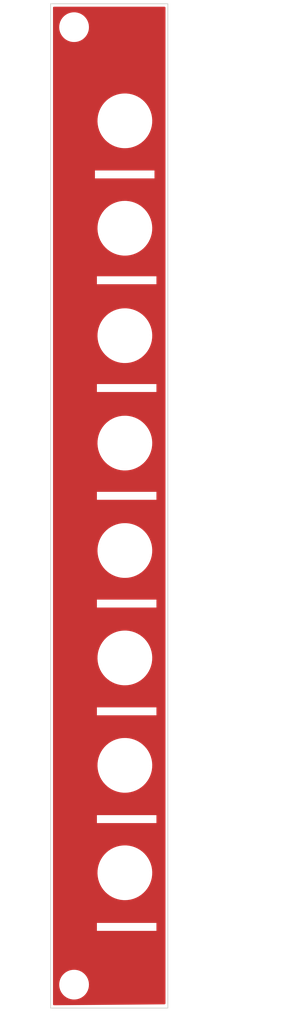
<source format=kicad_pcb>
(kicad_pcb (version 20211014) (generator pcbnew)
  (layers (0 "F.Cu" signal) (31 "B.Cu" signal) (34 "B.Paste" user) (35 "F.Paste" user) (36 "B.SilkS" user "B.Silkscreen") (37 "F.SilkS" user "F.Silkscreen") (38 "B.Mask" user) (39 "F.Mask" user) (44 "Edge.Cuts" user))
  (net 0 "")
  (footprint "MountingHole:MountingHole_6.4mm_M6" (layer "F.Cu") (at 6.5 83.70071)
    (fp_text reference "REF**" hide)
    (fp_text value "MountingHole_6.4mm_M6")
    (pad "" np_thru_hole circle (at 0 0) (size 6.4 6.4) (drill 6.4) (layers *.Cu *.Mask))
  )
  (footprint "MountingHole:MountingHole_6.4mm_M6" (layer "F.Cu") (at 6.5 42.471284)
    (fp_text reference "REF**" hide)
    (fp_text value "MountingHole_6.4mm_M6")
    (pad "" np_thru_hole circle (at 0 0) (size 6.4 6.4) (drill 6.4) (layers *.Cu *.Mask))
  )
  (footprint "MountingHole:MountingHole_6.4mm_M6" (layer "F.Cu") (at 6.5 14.985)
    (fp_text reference "REF**" hide)
    (fp_text value "MountingHole_6.4mm_M6")
    (pad "" np_thru_hole circle (at 0 0) (size 6.4 6.4) (drill 6.4) (layers *.Cu *.Mask))
  )
  (footprint "MountingHole:MountingHole_6.4mm_M6" (layer "F.Cu") (at 6.5 97.443852)
    (fp_text reference "REF**" hide)
    (fp_text value "MountingHole_6.4mm_M6")
    (pad "" np_thru_hole circle (at 0 0) (size 6.4 6.4) (drill 6.4) (layers *.Cu *.Mask))
  )
  (footprint "MountingHole:MountingHole_3.2mm_M3" (layer "F.Cu") (at 0 125.5)
    (fp_text reference "REF**" hide)
    (fp_text value "MountingHole_3.2mm_M3")
    (pad "" np_thru_hole circle (at 0 0) (size 3.2 3.2) (drill 3.2) (layers *.Cu *.Mask))
  )
  (footprint "MountingHole:MountingHole_6.4mm_M6" (layer "F.Cu") (at 6.5 56.214426)
    (fp_text reference "REF**" hide)
    (fp_text value "MountingHole_6.4mm_M6")
    (pad "" np_thru_hole circle (at 0 0) (size 6.4 6.4) (drill 6.4) (layers *.Cu *.Mask))
  )
  (footprint "eurorack-pmod-module" (layer "F.Cu") (at 0 9.25)
    (fp_text reference "REF**" hide)
    (fp_text value "eurorack-pmod-module")
  )
  (footprint "MountingHole:MountingHole_6.4mm_M6" (layer "F.Cu") (at 6.5 111.187)
    (fp_text reference "REF**" hide)
    (fp_text value "MountingHole_6.4mm_M6")
    (pad "" np_thru_hole circle (at 0 0) (size 6.4 6.4) (drill 6.4) (layers *.Cu *.Mask))
  )
  (footprint "MountingHole:MountingHole_6.4mm_M6" (layer "F.Cu") (at 6.5 69.957568)
    (fp_text reference "REF**" hide)
    (fp_text value "MountingHole_6.4mm_M6")
    (pad "" np_thru_hole circle (at 0 0) (size 6.4 6.4) (drill 6.4) (layers *.Cu *.Mask))
  )
  (footprint "MountingHole:MountingHole_3.2mm_M3" (layer "F.Cu") (at 0 3)
    (fp_text reference "REF**" hide)
    (fp_text value "MountingHole_3.2mm_M3")
    (pad "" np_thru_hole circle (at 0 0) (size 3.2 3.2) (drill 3.2) (layers *.Cu *.Mask))
  )
  (footprint "MountingHole:MountingHole_6.4mm_M6" (layer "F.Cu") (at 6.5 28.728142)
    (fp_text reference "REF**" hide)
    (fp_text value "MountingHole_6.4mm_M6")
    (pad "" np_thru_hole circle (at 0 0) (size 6.4 6.4) (drill 6.4) (layers *.Cu *.Mask))
  )
  (gr_line (start 12 0) (end 12 128.5) (layer "Edge.Cuts") (width 0.1))
  (gr_line (start -3 0) (end -3 128.5) (layer "Edge.Cuts") (width 0.1))
  (gr_line (start -3 128.5) (end 12 128.5) (layer "Edge.Cuts") (width 0.1))
  (gr_line (start -3 0) (end 12 0) (layer "Edge.Cuts") (width 0.1))
  (zone (net 0) (net_name "") (layer "F.Cu") (connect_pads (clearance 0)) (min_thickness 0.254)
    (keepout (tracks not_allowed) (vias not_allowed) (pads not_allowed) (copperpour not_allowed) (footprints allowed))
    (fill (thermal_gap 0.508) (thermal_bridge_width 0.508))
    (polygon (pts (xy 10.541 91.042) (xy 2.921 91.042) (xy 2.921 90.026) (xy 10.541 90.026)))
  )
  (zone (net 0) (net_name "") (layer "F.Cu") (connect_pads (clearance 0)) (min_thickness 0.254)
    (keepout (tracks not_allowed) (vias not_allowed) (pads not_allowed) (copperpour not_allowed) (footprints allowed))
    (fill (thermal_gap 0.508) (thermal_bridge_width 0.508))
    (polygon (pts (xy 10.291 22.352) (xy 2.671 22.352) (xy 2.671 21.336) (xy 10.291 21.336)))
  )
  (zone (net 0) (net_name "") (layer "F.Cu") (connect_pads (clearance 0)) (min_thickness 0.254)
    (keepout (tracks not_allowed) (vias not_allowed) (pads not_allowed) (copperpour not_allowed) (footprints allowed))
    (fill (thermal_gap 0.508) (thermal_bridge_width 0.508))
    (polygon (pts (xy 10.541 49.678) (xy 2.921 49.678) (xy 2.921 48.662) (xy 10.541 48.662)))
  )
  (zone (net 0) (net_name "") (layer "F.Cu") (connect_pads (clearance 0)) (min_thickness 0.254)
    (keepout (tracks not_allowed) (vias not_allowed) (pads not_allowed) (copperpour not_allowed) (footprints allowed))
    (fill (thermal_gap 0.508) (thermal_bridge_width 0.508))
    (polygon (pts (xy 10.541 91.042) (xy 2.921 91.042) (xy 2.921 90.026) (xy 10.541 90.026)))
  )
  (zone (net 0) (net_name "") (layer "F.Cu") (connect_pads (clearance 0)) (min_thickness 0.254)
    (keepout (tracks not_allowed) (vias not_allowed) (pads not_allowed) (copperpour not_allowed) (footprints allowed))
    (fill (thermal_gap 0.508) (thermal_bridge_width 0.508))
    (polygon (pts (xy 10.541 49.678) (xy 2.921 49.678) (xy 2.921 48.662) (xy 10.541 48.662)))
  )
  (zone (net 0) (net_name "") (layer "F.Cu") (connect_pads (clearance 0)) (min_thickness 0.254)
    (keepout (tracks not_allowed) (vias not_allowed) (pads not_allowed) (copperpour not_allowed) (footprints allowed))
    (fill (thermal_gap 0.508) (thermal_bridge_width 0.508))
    (polygon (pts (xy 10.541 63.466) (xy 2.921 63.466) (xy 2.921 62.45) (xy 10.541 62.45)))
  )
  (zone (net 0) (net_name "") (layer "F.Cu") (connect_pads (clearance 0)) (min_thickness 0.254)
    (keepout (tracks not_allowed) (vias not_allowed) (pads not_allowed) (copperpour not_allowed) (footprints allowed))
    (fill (thermal_gap 0.508) (thermal_bridge_width 0.508))
    (polygon (pts (xy 10.541 63.466) (xy 2.921 63.466) (xy 2.921 62.45) (xy 10.541 62.45)))
  )
  (zone (net 0) (net_name "") (layer "F.Cu") (connect_pads (clearance 0)) (min_thickness 0.254)
    (keepout (tracks not_allowed) (vias not_allowed) (pads not_allowed) (copperpour not_allowed) (footprints allowed))
    (fill (thermal_gap 0.508) (thermal_bridge_width 0.508))
    (polygon (pts (xy 10.541 35.89) (xy 2.921 35.89) (xy 2.921 34.874) (xy 10.541 34.874)))
  )
  (zone (net 0) (net_name "") (layer "F.Cu") (connect_pads (clearance 0)) (min_thickness 0.254)
    (keepout (tracks not_allowed) (vias not_allowed) (pads not_allowed) (copperpour not_allowed) (footprints allowed))
    (fill (thermal_gap 0.508) (thermal_bridge_width 0.508))
    (polygon (pts (xy 10.541 118.618) (xy 2.921 118.618) (xy 2.921 117.602) (xy 10.541 117.602)))
  )
  (zone (net 0) (net_name "") (layer "F.Cu") (connect_pads (clearance 0)) (min_thickness 0.254)
    (keepout (tracks not_allowed) (vias not_allowed) (pads not_allowed) (copperpour not_allowed) (footprints allowed))
    (fill (thermal_gap 0.508) (thermal_bridge_width 0.508))
    (polygon (pts (xy 10.541 104.83) (xy 2.921 104.83) (xy 2.921 103.814) (xy 10.541 103.814)))
  )
  (zone (net 0) (net_name "") (layer "F.Cu") (connect_pads (clearance 0)) (min_thickness 0.254)
    (keepout (tracks not_allowed) (vias not_allowed) (pads not_allowed) (copperpour not_allowed) (footprints allowed))
    (fill (thermal_gap 0.508) (thermal_bridge_width 0.508))
    (polygon (pts (xy 10.541 77.254) (xy 2.921 77.254) (xy 2.921 76.238) (xy 10.541 76.238)))
  )
  (zone (net 0) (net_name "") (layer "F.Cu") (connect_pads (clearance 0)) (min_thickness 0.254)
    (keepout (tracks not_allowed) (vias not_allowed) (pads not_allowed) (copperpour not_allowed) (footprints allowed))
    (fill (thermal_gap 0.508) (thermal_bridge_width 0.508))
    (polygon (pts (xy 10.541 118.618) (xy 2.921 118.618) (xy 2.921 117.602) (xy 10.541 117.602)))
  )
  (zone (net 0) (net_name "") (layer "F.Cu") (connect_pads (clearance 0.3)) (min_thickness 0.254) (fill yes (thermal_gap 0.508) (thermal_bridge_width 0.508))
    (polygon (pts (xy 11.938 128.016) (xy -3.048 128.143) (xy -3.048 0.381) (xy 11.938 0.381)))
  )
  (zone (net 0) (net_name "") (layer "F.Cu") (connect_pads (clearance 0)) (min_thickness 0.254)
    (keepout (tracks not_allowed) (vias not_allowed) (pads not_allowed) (copperpour not_allowed) (footprints allowed))
    (fill (thermal_gap 0.508) (thermal_bridge_width 0.508))
    (polygon (pts (xy 10.541 104.83) (xy 2.921 104.83) (xy 2.921 103.814) (xy 10.541 103.814)))
  )
  (zone (net 0) (net_name "") (layer "F.Cu") (connect_pads (clearance 0)) (min_thickness 0.254)
    (keepout (tracks not_allowed) (vias not_allowed) (pads not_allowed) (copperpour not_allowed) (footprints allowed))
    (fill (thermal_gap 0.508) (thermal_bridge_width 0.508))
    (polygon (pts (xy 10.541 35.89) (xy 2.921 35.89) (xy 2.921 34.874) (xy 10.541 34.874)))
  )
  (zone (net 0) (net_name "") (layer "F.Cu") (connect_pads (clearance 0)) (min_thickness 0.254)
    (keepout (tracks not_allowed) (vias not_allowed) (pads not_allowed) (copperpour not_allowed) (footprints allowed))
    (fill (thermal_gap 0.508) (thermal_bridge_width 0.508))
    (polygon (pts (xy 10.541 77.254) (xy 2.921 77.254) (xy 2.921 76.238) (xy 10.541 76.238)))
  )
)
</source>
